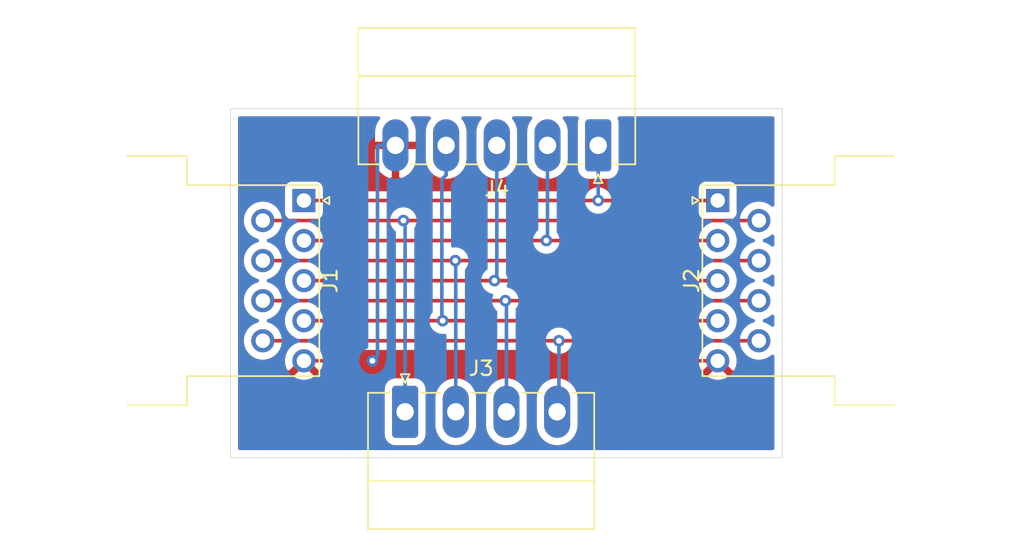
<source format=kicad_pcb>
(kicad_pcb (version 20171130) (host pcbnew "(5.1.4)-1")

  (general
    (thickness 1.6)
    (drawings 4)
    (tracks 49)
    (zones 0)
    (modules 4)
    (nets 10)
  )

  (page A4)
  (layers
    (0 F.Cu signal)
    (31 B.Cu signal)
    (32 B.Adhes user)
    (33 F.Adhes user)
    (34 B.Paste user)
    (35 F.Paste user)
    (36 B.SilkS user)
    (37 F.SilkS user)
    (38 B.Mask user)
    (39 F.Mask user)
    (40 Dwgs.User user)
    (41 Cmts.User user)
    (42 Eco1.User user)
    (43 Eco2.User user)
    (44 Edge.Cuts user)
    (45 Margin user)
    (46 B.CrtYd user)
    (47 F.CrtYd user)
    (48 B.Fab user)
    (49 F.Fab user)
  )

  (setup
    (last_trace_width 0.25)
    (trace_clearance 0.2)
    (zone_clearance 0.508)
    (zone_45_only no)
    (trace_min 0.2)
    (via_size 0.8)
    (via_drill 0.4)
    (via_min_size 0.4)
    (via_min_drill 0.3)
    (uvia_size 0.3)
    (uvia_drill 0.1)
    (uvias_allowed no)
    (uvia_min_size 0.2)
    (uvia_min_drill 0.1)
    (edge_width 0.05)
    (segment_width 0.2)
    (pcb_text_width 0.3)
    (pcb_text_size 1.5 1.5)
    (mod_edge_width 0.12)
    (mod_text_size 1 1)
    (mod_text_width 0.15)
    (pad_size 1.524 1.524)
    (pad_drill 0.762)
    (pad_to_mask_clearance 0.051)
    (solder_mask_min_width 0.25)
    (aux_axis_origin 0 0)
    (visible_elements 7FFFFFFF)
    (pcbplotparams
      (layerselection 0x010fc_ffffffff)
      (usegerberextensions false)
      (usegerberattributes false)
      (usegerberadvancedattributes false)
      (creategerberjobfile false)
      (excludeedgelayer true)
      (linewidth 0.100000)
      (plotframeref false)
      (viasonmask false)
      (mode 1)
      (useauxorigin false)
      (hpglpennumber 1)
      (hpglpenspeed 20)
      (hpglpendiameter 15.000000)
      (psnegative false)
      (psa4output false)
      (plotreference true)
      (plotvalue true)
      (plotinvisibletext false)
      (padsonsilk false)
      (subtractmaskfromsilk false)
      (outputformat 1)
      (mirror false)
      (drillshape 1)
      (scaleselection 1)
      (outputdirectory ""))
  )

  (net 0 "")
  (net 1 "Net-(J1-Pad9)")
  (net 2 "Net-(J1-Pad8)")
  (net 3 "Net-(J1-Pad7)")
  (net 4 "Net-(J1-Pad6)")
  (net 5 GND)
  (net 6 "Net-(J1-Pad4)")
  (net 7 "Net-(J1-Pad3)")
  (net 8 "Net-(J1-Pad2)")
  (net 9 "Net-(J1-Pad1)")

  (net_class Default "This is the default net class."
    (clearance 0.2)
    (trace_width 0.25)
    (via_dia 0.8)
    (via_drill 0.4)
    (uvia_dia 0.3)
    (uvia_drill 0.1)
    (add_net GND)
    (add_net "Net-(J1-Pad1)")
    (add_net "Net-(J1-Pad2)")
    (add_net "Net-(J1-Pad3)")
    (add_net "Net-(J1-Pad4)")
    (add_net "Net-(J1-Pad6)")
    (add_net "Net-(J1-Pad7)")
    (add_net "Net-(J1-Pad8)")
    (add_net "Net-(J1-Pad9)")
  )

  (module Connector_Phoenix_MC:PhoenixContact_MC_1,5_5-G-3.5_1x05_P3.50mm_Horizontal (layer F.Cu) (tedit 5B784ED0) (tstamp 5DAD13A8)
    (at 125.73 72.39 180)
    (descr "Generic Phoenix Contact connector footprint for: MC_1,5/5-G-3.5; number of pins: 05; pin pitch: 3.50mm; Angled || order number: 1844249 8A 160V")
    (tags "phoenix_contact connector MC_01x05_G_3.5mm")
    (path /5DAD6E9A)
    (fp_text reference J4 (at 7 -3) (layer F.SilkS)
      (effects (font (size 1 1) (thickness 0.15)))
    )
    (fp_text value Screw_Terminal_01x05 (at 7 9.2) (layer F.Fab)
      (effects (font (size 1 1) (thickness 0.15)))
    )
    (fp_text user %R (at 7 -0.5) (layer F.Fab)
      (effects (font (size 1 1) (thickness 0.15)))
    )
    (fp_line (start 0 0) (end -0.8 -1.2) (layer F.Fab) (width 0.1))
    (fp_line (start 0.8 -1.2) (end 0 0) (layer F.Fab) (width 0.1))
    (fp_line (start -0.3 -2.6) (end 0.3 -2.6) (layer F.SilkS) (width 0.12))
    (fp_line (start 0 -2) (end -0.3 -2.6) (layer F.SilkS) (width 0.12))
    (fp_line (start 0.3 -2.6) (end 0 -2) (layer F.SilkS) (width 0.12))
    (fp_line (start 16.95 -2.3) (end -3.06 -2.3) (layer F.CrtYd) (width 0.05))
    (fp_line (start 16.95 8.5) (end 16.95 -2.3) (layer F.CrtYd) (width 0.05))
    (fp_line (start -3.06 8.5) (end 16.95 8.5) (layer F.CrtYd) (width 0.05))
    (fp_line (start -3.06 -2.3) (end -3.06 8.5) (layer F.CrtYd) (width 0.05))
    (fp_line (start -2.56 4.8) (end 16.56 4.8) (layer F.SilkS) (width 0.12))
    (fp_line (start 16.45 -1.2) (end -2.45 -1.2) (layer F.Fab) (width 0.1))
    (fp_line (start 16.45 8) (end 16.45 -1.2) (layer F.Fab) (width 0.1))
    (fp_line (start -2.45 8) (end 16.45 8) (layer F.Fab) (width 0.1))
    (fp_line (start -2.45 -1.2) (end -2.45 8) (layer F.Fab) (width 0.1))
    (fp_line (start 11.55 -1.31) (end 12.95 -1.31) (layer F.SilkS) (width 0.12))
    (fp_line (start 8.05 -1.31) (end 9.45 -1.31) (layer F.SilkS) (width 0.12))
    (fp_line (start 4.55 -1.31) (end 5.95 -1.31) (layer F.SilkS) (width 0.12))
    (fp_line (start 1.05 -1.31) (end 2.45 -1.31) (layer F.SilkS) (width 0.12))
    (fp_line (start 16.56 -1.31) (end 15.05 -1.31) (layer F.SilkS) (width 0.12))
    (fp_line (start -2.56 -1.31) (end -1.05 -1.31) (layer F.SilkS) (width 0.12))
    (fp_line (start 16.56 8.11) (end 16.56 -1.31) (layer F.SilkS) (width 0.12))
    (fp_line (start -2.56 8.11) (end 16.56 8.11) (layer F.SilkS) (width 0.12))
    (fp_line (start -2.56 -1.31) (end -2.56 8.11) (layer F.SilkS) (width 0.12))
    (pad 5 thru_hole oval (at 14 0 180) (size 1.8 3.6) (drill 1.2) (layers *.Cu *.Mask)
      (net 5 GND))
    (pad 4 thru_hole oval (at 10.5 0 180) (size 1.8 3.6) (drill 1.2) (layers *.Cu *.Mask)
      (net 6 "Net-(J1-Pad4)"))
    (pad 3 thru_hole oval (at 7 0 180) (size 1.8 3.6) (drill 1.2) (layers *.Cu *.Mask)
      (net 7 "Net-(J1-Pad3)"))
    (pad 2 thru_hole oval (at 3.5 0 180) (size 1.8 3.6) (drill 1.2) (layers *.Cu *.Mask)
      (net 8 "Net-(J1-Pad2)"))
    (pad 1 thru_hole roundrect (at 0 0 180) (size 1.8 3.6) (drill 1.2) (layers *.Cu *.Mask) (roundrect_rratio 0.138889)
      (net 9 "Net-(J1-Pad1)"))
    (model ${KISYS3DMOD}/Connector_Phoenix_MC.3dshapes/PhoenixContact_MC_1,5_5-G-3.5_1x05_P3.50mm_Horizontal.wrl
      (at (xyz 0 0 0))
      (scale (xyz 1 1 1))
      (rotate (xyz 0 0 0))
    )
  )

  (module Connector_Phoenix_MC:PhoenixContact_MC_1,5_4-G-3.5_1x04_P3.50mm_Horizontal (layer F.Cu) (tedit 5B784ED0) (tstamp 5DAD1387)
    (at 112.395 90.805)
    (descr "Generic Phoenix Contact connector footprint for: MC_1,5/4-G-3.5; number of pins: 04; pin pitch: 3.50mm; Angled || order number: 1844236 8A 160V")
    (tags "phoenix_contact connector MC_01x04_G_3.5mm")
    (path /5DAD8899)
    (fp_text reference J3 (at 5.25 -3) (layer F.SilkS)
      (effects (font (size 1 1) (thickness 0.15)))
    )
    (fp_text value Screw_Terminal_01x04 (at 5.25 9.2) (layer F.Fab)
      (effects (font (size 1 1) (thickness 0.15)))
    )
    (fp_text user %R (at 5.25 -0.5) (layer F.Fab)
      (effects (font (size 1 1) (thickness 0.15)))
    )
    (fp_line (start 0 0) (end -0.8 -1.2) (layer F.Fab) (width 0.1))
    (fp_line (start 0.8 -1.2) (end 0 0) (layer F.Fab) (width 0.1))
    (fp_line (start -0.3 -2.6) (end 0.3 -2.6) (layer F.SilkS) (width 0.12))
    (fp_line (start 0 -2) (end -0.3 -2.6) (layer F.SilkS) (width 0.12))
    (fp_line (start 0.3 -2.6) (end 0 -2) (layer F.SilkS) (width 0.12))
    (fp_line (start 13.45 -2.3) (end -3.06 -2.3) (layer F.CrtYd) (width 0.05))
    (fp_line (start 13.45 8.5) (end 13.45 -2.3) (layer F.CrtYd) (width 0.05))
    (fp_line (start -3.06 8.5) (end 13.45 8.5) (layer F.CrtYd) (width 0.05))
    (fp_line (start -3.06 -2.3) (end -3.06 8.5) (layer F.CrtYd) (width 0.05))
    (fp_line (start -2.56 4.8) (end 13.06 4.8) (layer F.SilkS) (width 0.12))
    (fp_line (start 12.95 -1.2) (end -2.45 -1.2) (layer F.Fab) (width 0.1))
    (fp_line (start 12.95 8) (end 12.95 -1.2) (layer F.Fab) (width 0.1))
    (fp_line (start -2.45 8) (end 12.95 8) (layer F.Fab) (width 0.1))
    (fp_line (start -2.45 -1.2) (end -2.45 8) (layer F.Fab) (width 0.1))
    (fp_line (start 8.05 -1.31) (end 9.45 -1.31) (layer F.SilkS) (width 0.12))
    (fp_line (start 4.55 -1.31) (end 5.95 -1.31) (layer F.SilkS) (width 0.12))
    (fp_line (start 1.05 -1.31) (end 2.45 -1.31) (layer F.SilkS) (width 0.12))
    (fp_line (start 13.06 -1.31) (end 11.55 -1.31) (layer F.SilkS) (width 0.12))
    (fp_line (start -2.56 -1.31) (end -1.05 -1.31) (layer F.SilkS) (width 0.12))
    (fp_line (start 13.06 8.11) (end 13.06 -1.31) (layer F.SilkS) (width 0.12))
    (fp_line (start -2.56 8.11) (end 13.06 8.11) (layer F.SilkS) (width 0.12))
    (fp_line (start -2.56 -1.31) (end -2.56 8.11) (layer F.SilkS) (width 0.12))
    (pad 4 thru_hole oval (at 10.5 0) (size 1.8 3.6) (drill 1.2) (layers *.Cu *.Mask)
      (net 1 "Net-(J1-Pad9)"))
    (pad 3 thru_hole oval (at 7 0) (size 1.8 3.6) (drill 1.2) (layers *.Cu *.Mask)
      (net 2 "Net-(J1-Pad8)"))
    (pad 2 thru_hole oval (at 3.5 0) (size 1.8 3.6) (drill 1.2) (layers *.Cu *.Mask)
      (net 3 "Net-(J1-Pad7)"))
    (pad 1 thru_hole roundrect (at 0 0) (size 1.8 3.6) (drill 1.2) (layers *.Cu *.Mask) (roundrect_rratio 0.138889)
      (net 4 "Net-(J1-Pad6)"))
    (model ${KISYS3DMOD}/Connector_Phoenix_MC.3dshapes/PhoenixContact_MC_1,5_4-G-3.5_1x04_P3.50mm_Horizontal.wrl
      (at (xyz 0 0 0))
      (scale (xyz 1 1 1))
      (rotate (xyz 0 0 0))
    )
  )

  (module Connector_Dsub:DSUB-9_Female_Horizontal_P2.77x2.84mm_EdgePinOffset9.40mm (layer F.Cu) (tedit 59FEDEE2) (tstamp 5DAD1368)
    (at 133.985 76.2 90)
    (descr "9-pin D-Sub connector, horizontal/angled (90 deg), THT-mount, female, pitch 2.77x2.84mm, pin-PCB-offset 9.4mm, see http://docs-europe.electrocomponents.com/webdocs/1585/0900766b81585df2.pdf")
    (tags "9-pin D-Sub connector horizontal angled 90deg THT female pitch 2.77x2.84mm pin-PCB-offset 9.4mm")
    (path /5DAD12F4)
    (fp_text reference J2 (at -5.54 -1.8 90) (layer F.SilkS)
      (effects (font (size 1 1) (thickness 0.15)))
    )
    (fp_text value DB9_Female (at -5.54 20.31 90) (layer F.Fab)
      (effects (font (size 1 1) (thickness 0.15)))
    )
    (fp_text user %R (at -5.54 15.725 90) (layer F.Fab)
      (effects (font (size 1 1) (thickness 0.15)))
    )
    (fp_line (start 3.15 19.35) (end -14.2 19.35) (layer F.CrtYd) (width 0.05))
    (fp_line (start 3.15 13.15) (end 3.15 19.35) (layer F.CrtYd) (width 0.05))
    (fp_line (start 10.4 13.15) (end 3.15 13.15) (layer F.CrtYd) (width 0.05))
    (fp_line (start 10.4 11.75) (end 10.4 13.15) (layer F.CrtYd) (width 0.05))
    (fp_line (start 3.55 11.75) (end 10.4 11.75) (layer F.CrtYd) (width 0.05))
    (fp_line (start 3.55 7.65) (end 3.55 11.75) (layer F.CrtYd) (width 0.05))
    (fp_line (start 1.3 7.65) (end 3.55 7.65) (layer F.CrtYd) (width 0.05))
    (fp_line (start 1.3 -1.35) (end 1.3 7.65) (layer F.CrtYd) (width 0.05))
    (fp_line (start -12.4 -1.35) (end 1.3 -1.35) (layer F.CrtYd) (width 0.05))
    (fp_line (start -12.4 7.65) (end -12.4 -1.35) (layer F.CrtYd) (width 0.05))
    (fp_line (start -14.6 7.65) (end -12.4 7.65) (layer F.CrtYd) (width 0.05))
    (fp_line (start -14.6 11.75) (end -14.6 7.65) (layer F.CrtYd) (width 0.05))
    (fp_line (start -21.5 11.75) (end -14.6 11.75) (layer F.CrtYd) (width 0.05))
    (fp_line (start -21.5 13.15) (end -21.5 11.75) (layer F.CrtYd) (width 0.05))
    (fp_line (start -14.2 13.15) (end -21.5 13.15) (layer F.CrtYd) (width 0.05))
    (fp_line (start -14.2 19.35) (end -14.2 13.15) (layer F.CrtYd) (width 0.05))
    (fp_line (start 0 -1.321325) (end -0.25 -1.754338) (layer F.SilkS) (width 0.12))
    (fp_line (start 0.25 -1.754338) (end 0 -1.321325) (layer F.SilkS) (width 0.12))
    (fp_line (start -0.25 -1.754338) (end 0.25 -1.754338) (layer F.SilkS) (width 0.12))
    (fp_line (start 3.07 8.08) (end 3.07 12.18) (layer F.SilkS) (width 0.12))
    (fp_line (start 1.06 8.08) (end 3.07 8.08) (layer F.SilkS) (width 0.12))
    (fp_line (start 1.06 -1.06) (end 1.06 8.08) (layer F.SilkS) (width 0.12))
    (fp_line (start -12.14 -1.06) (end 1.06 -1.06) (layer F.SilkS) (width 0.12))
    (fp_line (start -12.14 8.08) (end -12.14 -1.06) (layer F.SilkS) (width 0.12))
    (fp_line (start -14.15 8.08) (end -12.14 8.08) (layer F.SilkS) (width 0.12))
    (fp_line (start -14.15 12.18) (end -14.15 8.08) (layer F.SilkS) (width 0.12))
    (fp_line (start 2.61 12.64) (end -13.69 12.64) (layer F.Fab) (width 0.1))
    (fp_line (start 2.61 18.81) (end 2.61 12.64) (layer F.Fab) (width 0.1))
    (fp_line (start -13.69 18.81) (end 2.61 18.81) (layer F.Fab) (width 0.1))
    (fp_line (start -13.69 12.64) (end -13.69 18.81) (layer F.Fab) (width 0.1))
    (fp_line (start 9.885 12.24) (end -20.965 12.24) (layer F.Fab) (width 0.1))
    (fp_line (start 9.885 12.64) (end 9.885 12.24) (layer F.Fab) (width 0.1))
    (fp_line (start -20.965 12.64) (end 9.885 12.64) (layer F.Fab) (width 0.1))
    (fp_line (start -20.965 12.24) (end -20.965 12.64) (layer F.Fab) (width 0.1))
    (fp_line (start 3.01 8.14) (end -14.09 8.14) (layer F.Fab) (width 0.1))
    (fp_line (start 3.01 12.24) (end 3.01 8.14) (layer F.Fab) (width 0.1))
    (fp_line (start -14.09 12.24) (end 3.01 12.24) (layer F.Fab) (width 0.1))
    (fp_line (start -14.09 8.14) (end -14.09 12.24) (layer F.Fab) (width 0.1))
    (fp_line (start -9.595 2.84) (end -9.595 8.14) (layer F.Fab) (width 0.1))
    (fp_line (start -9.695 2.84) (end -9.695 8.14) (layer F.Fab) (width 0.1))
    (fp_line (start -9.795 2.84) (end -9.795 8.14) (layer F.Fab) (width 0.1))
    (fp_line (start -6.825 2.84) (end -6.825 8.14) (layer F.Fab) (width 0.1))
    (fp_line (start -6.925 2.84) (end -6.925 8.14) (layer F.Fab) (width 0.1))
    (fp_line (start -7.025 2.84) (end -7.025 8.14) (layer F.Fab) (width 0.1))
    (fp_line (start -4.055 2.84) (end -4.055 8.14) (layer F.Fab) (width 0.1))
    (fp_line (start -4.155 2.84) (end -4.155 8.14) (layer F.Fab) (width 0.1))
    (fp_line (start -4.255 2.84) (end -4.255 8.14) (layer F.Fab) (width 0.1))
    (fp_line (start -1.285 2.84) (end -1.285 8.14) (layer F.Fab) (width 0.1))
    (fp_line (start -1.385 2.84) (end -1.385 8.14) (layer F.Fab) (width 0.1))
    (fp_line (start -1.485 2.84) (end -1.485 8.14) (layer F.Fab) (width 0.1))
    (fp_line (start -10.98 0) (end -10.98 8.14) (layer F.Fab) (width 0.1))
    (fp_line (start -11.08 0) (end -11.08 8.14) (layer F.Fab) (width 0.1))
    (fp_line (start -11.18 0) (end -11.18 8.14) (layer F.Fab) (width 0.1))
    (fp_line (start -8.21 0) (end -8.21 8.14) (layer F.Fab) (width 0.1))
    (fp_line (start -8.31 0) (end -8.31 8.14) (layer F.Fab) (width 0.1))
    (fp_line (start -8.41 0) (end -8.41 8.14) (layer F.Fab) (width 0.1))
    (fp_line (start -5.44 0) (end -5.44 8.14) (layer F.Fab) (width 0.1))
    (fp_line (start -5.54 0) (end -5.54 8.14) (layer F.Fab) (width 0.1))
    (fp_line (start -5.64 0) (end -5.64 8.14) (layer F.Fab) (width 0.1))
    (fp_line (start -2.67 0) (end -2.67 8.14) (layer F.Fab) (width 0.1))
    (fp_line (start -2.77 0) (end -2.77 8.14) (layer F.Fab) (width 0.1))
    (fp_line (start -2.87 0) (end -2.87 8.14) (layer F.Fab) (width 0.1))
    (fp_line (start 0.1 0) (end 0.1 8.14) (layer F.Fab) (width 0.1))
    (fp_line (start 0 0) (end 0 8.14) (layer F.Fab) (width 0.1))
    (fp_line (start -0.1 0) (end -0.1 8.14) (layer F.Fab) (width 0.1))
    (pad 9 thru_hole circle (at -9.695 2.84 90) (size 1.6 1.6) (drill 1) (layers *.Cu *.Mask)
      (net 1 "Net-(J1-Pad9)"))
    (pad 8 thru_hole circle (at -6.925 2.84 90) (size 1.6 1.6) (drill 1) (layers *.Cu *.Mask)
      (net 2 "Net-(J1-Pad8)"))
    (pad 7 thru_hole circle (at -4.155 2.84 90) (size 1.6 1.6) (drill 1) (layers *.Cu *.Mask)
      (net 3 "Net-(J1-Pad7)"))
    (pad 6 thru_hole circle (at -1.385 2.84 90) (size 1.6 1.6) (drill 1) (layers *.Cu *.Mask)
      (net 4 "Net-(J1-Pad6)"))
    (pad 5 thru_hole circle (at -11.08 0 90) (size 1.6 1.6) (drill 1) (layers *.Cu *.Mask)
      (net 5 GND))
    (pad 4 thru_hole circle (at -8.31 0 90) (size 1.6 1.6) (drill 1) (layers *.Cu *.Mask)
      (net 6 "Net-(J1-Pad4)"))
    (pad 3 thru_hole circle (at -5.54 0 90) (size 1.6 1.6) (drill 1) (layers *.Cu *.Mask)
      (net 7 "Net-(J1-Pad3)"))
    (pad 2 thru_hole circle (at -2.77 0 90) (size 1.6 1.6) (drill 1) (layers *.Cu *.Mask)
      (net 8 "Net-(J1-Pad2)"))
    (pad 1 thru_hole rect (at 0 0 90) (size 1.6 1.6) (drill 1) (layers *.Cu *.Mask)
      (net 9 "Net-(J1-Pad1)"))
    (model ${KISYS3DMOD}/Connector_Dsub.3dshapes/DSUB-9_Female_Horizontal_P2.77x2.84mm_EdgePinOffset9.40mm.wrl
      (at (xyz 0 0 0))
      (scale (xyz 1 1 1))
      (rotate (xyz 0 0 0))
    )
  )

  (module Connector_Dsub:DSUB-9_Male_Horizontal_P2.77x2.84mm_EdgePinOffset9.40mm (layer F.Cu) (tedit 59FEDEE2) (tstamp 5DAD1319)
    (at 105.41 76.2 270)
    (descr "9-pin D-Sub connector, horizontal/angled (90 deg), THT-mount, male, pitch 2.77x2.84mm, pin-PCB-offset 9.4mm, see http://docs-europe.electrocomponents.com/webdocs/1585/0900766b81585df2.pdf")
    (tags "9-pin D-Sub connector horizontal angled 90deg THT male pitch 2.77x2.84mm pin-PCB-offset 9.4mm")
    (path /5DAD350E)
    (fp_text reference J1 (at 5.54 -1.8 90) (layer F.SilkS)
      (effects (font (size 1 1) (thickness 0.15)))
    )
    (fp_text value DB9_Male (at 5.54 20.14 90) (layer F.Fab)
      (effects (font (size 1 1) (thickness 0.15)))
    )
    (fp_text user %R (at 5.54 15.64 90) (layer F.Fab)
      (effects (font (size 1 1) (thickness 0.15)))
    )
    (fp_line (start 14.2 19.15) (end -3.15 19.15) (layer F.CrtYd) (width 0.05))
    (fp_line (start 14.2 13.15) (end 14.2 19.15) (layer F.CrtYd) (width 0.05))
    (fp_line (start 21.5 13.15) (end 14.2 13.15) (layer F.CrtYd) (width 0.05))
    (fp_line (start 21.5 11.75) (end 21.5 13.15) (layer F.CrtYd) (width 0.05))
    (fp_line (start 14.6 11.75) (end 21.5 11.75) (layer F.CrtYd) (width 0.05))
    (fp_line (start 14.6 7.65) (end 14.6 11.75) (layer F.CrtYd) (width 0.05))
    (fp_line (start 12.4 7.65) (end 14.6 7.65) (layer F.CrtYd) (width 0.05))
    (fp_line (start 12.4 -1.35) (end 12.4 7.65) (layer F.CrtYd) (width 0.05))
    (fp_line (start -1.3 -1.35) (end 12.4 -1.35) (layer F.CrtYd) (width 0.05))
    (fp_line (start -1.3 7.65) (end -1.3 -1.35) (layer F.CrtYd) (width 0.05))
    (fp_line (start -3.55 7.65) (end -1.3 7.65) (layer F.CrtYd) (width 0.05))
    (fp_line (start -3.55 11.75) (end -3.55 7.65) (layer F.CrtYd) (width 0.05))
    (fp_line (start -10.4 11.75) (end -3.55 11.75) (layer F.CrtYd) (width 0.05))
    (fp_line (start -10.4 13.15) (end -10.4 11.75) (layer F.CrtYd) (width 0.05))
    (fp_line (start -3.15 13.15) (end -10.4 13.15) (layer F.CrtYd) (width 0.05))
    (fp_line (start -3.15 19.15) (end -3.15 13.15) (layer F.CrtYd) (width 0.05))
    (fp_line (start 0 -1.321325) (end -0.25 -1.754338) (layer F.SilkS) (width 0.12))
    (fp_line (start 0.25 -1.754338) (end 0 -1.321325) (layer F.SilkS) (width 0.12))
    (fp_line (start -0.25 -1.754338) (end 0.25 -1.754338) (layer F.SilkS) (width 0.12))
    (fp_line (start 14.15 8.08) (end 14.15 12.18) (layer F.SilkS) (width 0.12))
    (fp_line (start 12.14 8.08) (end 14.15 8.08) (layer F.SilkS) (width 0.12))
    (fp_line (start 12.14 -1.06) (end 12.14 8.08) (layer F.SilkS) (width 0.12))
    (fp_line (start -1.06 -1.06) (end 12.14 -1.06) (layer F.SilkS) (width 0.12))
    (fp_line (start -1.06 8.08) (end -1.06 -1.06) (layer F.SilkS) (width 0.12))
    (fp_line (start -3.07 8.08) (end -1.06 8.08) (layer F.SilkS) (width 0.12))
    (fp_line (start -3.07 12.18) (end -3.07 8.08) (layer F.SilkS) (width 0.12))
    (fp_line (start 13.69 12.64) (end -2.61 12.64) (layer F.Fab) (width 0.1))
    (fp_line (start 13.69 18.64) (end 13.69 12.64) (layer F.Fab) (width 0.1))
    (fp_line (start -2.61 18.64) (end 13.69 18.64) (layer F.Fab) (width 0.1))
    (fp_line (start -2.61 12.64) (end -2.61 18.64) (layer F.Fab) (width 0.1))
    (fp_line (start 20.965 12.24) (end -9.885 12.24) (layer F.Fab) (width 0.1))
    (fp_line (start 20.965 12.64) (end 20.965 12.24) (layer F.Fab) (width 0.1))
    (fp_line (start -9.885 12.64) (end 20.965 12.64) (layer F.Fab) (width 0.1))
    (fp_line (start -9.885 12.24) (end -9.885 12.64) (layer F.Fab) (width 0.1))
    (fp_line (start 14.09 8.14) (end -3.01 8.14) (layer F.Fab) (width 0.1))
    (fp_line (start 14.09 12.24) (end 14.09 8.14) (layer F.Fab) (width 0.1))
    (fp_line (start -3.01 12.24) (end 14.09 12.24) (layer F.Fab) (width 0.1))
    (fp_line (start -3.01 8.14) (end -3.01 12.24) (layer F.Fab) (width 0.1))
    (fp_line (start 9.795 2.84) (end 9.795 8.14) (layer F.Fab) (width 0.1))
    (fp_line (start 9.695 2.84) (end 9.695 8.14) (layer F.Fab) (width 0.1))
    (fp_line (start 9.595 2.84) (end 9.595 8.14) (layer F.Fab) (width 0.1))
    (fp_line (start 7.025 2.84) (end 7.025 8.14) (layer F.Fab) (width 0.1))
    (fp_line (start 6.925 2.84) (end 6.925 8.14) (layer F.Fab) (width 0.1))
    (fp_line (start 6.825 2.84) (end 6.825 8.14) (layer F.Fab) (width 0.1))
    (fp_line (start 4.255 2.84) (end 4.255 8.14) (layer F.Fab) (width 0.1))
    (fp_line (start 4.155 2.84) (end 4.155 8.14) (layer F.Fab) (width 0.1))
    (fp_line (start 4.055 2.84) (end 4.055 8.14) (layer F.Fab) (width 0.1))
    (fp_line (start 1.485 2.84) (end 1.485 8.14) (layer F.Fab) (width 0.1))
    (fp_line (start 1.385 2.84) (end 1.385 8.14) (layer F.Fab) (width 0.1))
    (fp_line (start 1.285 2.84) (end 1.285 8.14) (layer F.Fab) (width 0.1))
    (fp_line (start 11.18 0) (end 11.18 8.14) (layer F.Fab) (width 0.1))
    (fp_line (start 11.08 0) (end 11.08 8.14) (layer F.Fab) (width 0.1))
    (fp_line (start 10.98 0) (end 10.98 8.14) (layer F.Fab) (width 0.1))
    (fp_line (start 8.41 0) (end 8.41 8.14) (layer F.Fab) (width 0.1))
    (fp_line (start 8.31 0) (end 8.31 8.14) (layer F.Fab) (width 0.1))
    (fp_line (start 8.21 0) (end 8.21 8.14) (layer F.Fab) (width 0.1))
    (fp_line (start 5.64 0) (end 5.64 8.14) (layer F.Fab) (width 0.1))
    (fp_line (start 5.54 0) (end 5.54 8.14) (layer F.Fab) (width 0.1))
    (fp_line (start 5.44 0) (end 5.44 8.14) (layer F.Fab) (width 0.1))
    (fp_line (start 2.87 0) (end 2.87 8.14) (layer F.Fab) (width 0.1))
    (fp_line (start 2.77 0) (end 2.77 8.14) (layer F.Fab) (width 0.1))
    (fp_line (start 2.67 0) (end 2.67 8.14) (layer F.Fab) (width 0.1))
    (fp_line (start 0.1 0) (end 0.1 8.14) (layer F.Fab) (width 0.1))
    (fp_line (start 0 0) (end 0 8.14) (layer F.Fab) (width 0.1))
    (fp_line (start -0.1 0) (end -0.1 8.14) (layer F.Fab) (width 0.1))
    (pad 9 thru_hole circle (at 9.695 2.84 270) (size 1.6 1.6) (drill 1) (layers *.Cu *.Mask)
      (net 1 "Net-(J1-Pad9)"))
    (pad 8 thru_hole circle (at 6.925 2.84 270) (size 1.6 1.6) (drill 1) (layers *.Cu *.Mask)
      (net 2 "Net-(J1-Pad8)"))
    (pad 7 thru_hole circle (at 4.155 2.84 270) (size 1.6 1.6) (drill 1) (layers *.Cu *.Mask)
      (net 3 "Net-(J1-Pad7)"))
    (pad 6 thru_hole circle (at 1.385 2.84 270) (size 1.6 1.6) (drill 1) (layers *.Cu *.Mask)
      (net 4 "Net-(J1-Pad6)"))
    (pad 5 thru_hole circle (at 11.08 0 270) (size 1.6 1.6) (drill 1) (layers *.Cu *.Mask)
      (net 5 GND))
    (pad 4 thru_hole circle (at 8.31 0 270) (size 1.6 1.6) (drill 1) (layers *.Cu *.Mask)
      (net 6 "Net-(J1-Pad4)"))
    (pad 3 thru_hole circle (at 5.54 0 270) (size 1.6 1.6) (drill 1) (layers *.Cu *.Mask)
      (net 7 "Net-(J1-Pad3)"))
    (pad 2 thru_hole circle (at 2.77 0 270) (size 1.6 1.6) (drill 1) (layers *.Cu *.Mask)
      (net 8 "Net-(J1-Pad2)"))
    (pad 1 thru_hole rect (at 0 0 270) (size 1.6 1.6) (drill 1) (layers *.Cu *.Mask)
      (net 9 "Net-(J1-Pad1)"))
    (model ${KISYS3DMOD}/Connector_Dsub.3dshapes/DSUB-9_Male_Horizontal_P2.77x2.84mm_EdgePinOffset9.40mm.wrl
      (at (xyz 0 0 0))
      (scale (xyz 1 1 1))
      (rotate (xyz 0 0 0))
    )
  )

  (gr_line (start 100.33 93.98) (end 100.33 69.85) (layer Edge.Cuts) (width 0.05) (tstamp 5DB595A2))
  (gr_line (start 138.43 93.98) (end 100.33 93.98) (layer Edge.Cuts) (width 0.05))
  (gr_line (start 138.43 69.85) (end 138.43 93.98) (layer Edge.Cuts) (width 0.05))
  (gr_line (start 100.33 69.85) (end 138.43 69.85) (layer Edge.Cuts) (width 0.05))

  (via (at 123.02 85.895) (size 0.8) (drill 0.4) (layers F.Cu B.Cu) (net 1))
  (segment (start 123.02 89.78) (end 123.02 85.895) (width 0.25) (layer B.Cu) (net 1))
  (segment (start 122.895 89.905) (end 123.02 89.78) (width 0.25) (layer B.Cu) (net 1))
  (segment (start 122.895 90.805) (end 122.895 89.905) (width 0.25) (layer B.Cu) (net 1))
  (segment (start 136.825 85.895) (end 123.02 85.895) (width 0.25) (layer F.Cu) (net 1))
  (segment (start 123.02 85.895) (end 102.57 85.895) (width 0.25) (layer F.Cu) (net 1))
  (via (at 119.32 83.125) (size 0.8) (drill 0.4) (layers F.Cu B.Cu) (net 2))
  (segment (start 119.395 83.2) (end 119.32 83.125) (width 0.25) (layer B.Cu) (net 2))
  (segment (start 119.395 90.805) (end 119.395 83.2) (width 0.25) (layer B.Cu) (net 2))
  (segment (start 102.57 83.125) (end 119.32 83.125) (width 0.25) (layer F.Cu) (net 2))
  (segment (start 119.32 83.125) (end 136.825 83.125) (width 0.25) (layer F.Cu) (net 2))
  (via (at 115.86 80.355) (size 0.8) (drill 0.4) (layers F.Cu B.Cu) (net 3))
  (segment (start 115.895 80.39) (end 115.86 80.355) (width 0.25) (layer B.Cu) (net 3))
  (segment (start 115.895 90.805) (end 115.895 80.39) (width 0.25) (layer B.Cu) (net 3))
  (segment (start 136.825 80.355) (end 115.86 80.355) (width 0.25) (layer F.Cu) (net 3))
  (segment (start 115.86 80.355) (end 102.57 80.355) (width 0.25) (layer F.Cu) (net 3))
  (via (at 112.28 77.585) (size 0.8) (drill 0.4) (layers F.Cu B.Cu) (net 4))
  (segment (start 112.395 77.7) (end 112.28 77.585) (width 0.25) (layer B.Cu) (net 4))
  (segment (start 112.395 90.805) (end 112.395 77.7) (width 0.25) (layer B.Cu) (net 4))
  (segment (start 102.57 77.585) (end 112.28 77.585) (width 0.25) (layer F.Cu) (net 4))
  (segment (start 112.28 77.585) (end 136.825 77.585) (width 0.25) (layer F.Cu) (net 4))
  (segment (start 110.58 72.39) (end 110.49 72.48) (width 0.25) (layer B.Cu) (net 5))
  (segment (start 111.73 72.39) (end 110.58 72.39) (width 0.25) (layer B.Cu) (net 5))
  (via (at 110.14 87.28) (size 0.8) (drill 0.4) (layers F.Cu B.Cu) (net 5))
  (segment (start 110.49 86.93) (end 110.14 87.28) (width 0.25) (layer B.Cu) (net 5))
  (segment (start 110.49 72.48) (end 110.49 86.93) (width 0.25) (layer B.Cu) (net 5))
  (segment (start 105.41 87.28) (end 110.14 87.28) (width 0.25) (layer F.Cu) (net 5))
  (segment (start 110.14 87.28) (end 133.985 87.28) (width 0.25) (layer F.Cu) (net 5))
  (segment (start 115.23 74.44) (end 114.935 74.735) (width 0.25) (layer B.Cu) (net 6))
  (segment (start 115.23 72.39) (end 115.23 74.44) (width 0.25) (layer B.Cu) (net 6))
  (via (at 114.99 84.51) (size 0.8) (drill 0.4) (layers F.Cu B.Cu) (net 6))
  (segment (start 114.935 84.455) (end 114.99 84.51) (width 0.25) (layer B.Cu) (net 6))
  (segment (start 114.935 74.735) (end 114.935 84.455) (width 0.25) (layer B.Cu) (net 6))
  (segment (start 105.41 84.51) (end 114.99 84.51) (width 0.25) (layer F.Cu) (net 6))
  (segment (start 114.99 84.51) (end 133.985 84.51) (width 0.25) (layer F.Cu) (net 6))
  (via (at 118.57 81.74) (size 0.8) (drill 0.4) (layers F.Cu B.Cu) (net 7))
  (segment (start 118.73 81.58) (end 118.57 81.74) (width 0.25) (layer B.Cu) (net 7))
  (segment (start 118.73 72.39) (end 118.73 81.58) (width 0.25) (layer B.Cu) (net 7))
  (segment (start 105.41 81.74) (end 118.57 81.74) (width 0.25) (layer F.Cu) (net 7))
  (segment (start 118.57 81.74) (end 133.985 81.74) (width 0.25) (layer F.Cu) (net 7))
  (segment (start 105.41 78.97) (end 106.54137 78.97) (width 0.25) (layer F.Cu) (net 8))
  (via (at 122.15 78.97) (size 0.8) (drill 0.4) (layers F.Cu B.Cu) (net 8))
  (segment (start 122.23 78.89) (end 122.15 78.97) (width 0.25) (layer B.Cu) (net 8))
  (segment (start 122.23 72.39) (end 122.23 78.89) (width 0.25) (layer B.Cu) (net 8))
  (segment (start 106.54137 78.97) (end 122.15 78.97) (width 0.25) (layer F.Cu) (net 8))
  (segment (start 122.15 78.97) (end 133.985 78.97) (width 0.25) (layer F.Cu) (net 8))
  (segment (start 105.41 76.2) (end 133.985 76.2) (width 0.25) (layer F.Cu) (net 9))
  (via (at 125.73 76.2) (size 0.8) (drill 0.4) (layers F.Cu B.Cu) (net 9))
  (segment (start 125.73 72.39) (end 125.73 76.2) (width 0.25) (layer B.Cu) (net 9))

  (zone (net 5) (net_name GND) (layer F.Cu) (tstamp 0) (hatch edge 0.508)
    (connect_pads (clearance 0.508))
    (min_thickness 0.254)
    (fill yes (arc_segments 32) (thermal_gap 0.508) (thermal_bridge_width 0.508))
    (polygon
      (pts
        (xy 100.33 69.85) (xy 100.33 93.98) (xy 138.43 93.98) (xy 138.43 69.85)
      )
    )
    (filled_polygon
      (pts
        (xy 110.524252 70.531604) (xy 110.360446 70.785249) (xy 110.249271 71.065977) (xy 110.195 71.363) (xy 110.195 72.263)
        (xy 111.603 72.263) (xy 111.603 72.243) (xy 111.857 72.243) (xy 111.857 72.263) (xy 113.265 72.263)
        (xy 113.265 71.363) (xy 113.210729 71.065977) (xy 113.099554 70.785249) (xy 112.935748 70.531604) (xy 112.914809 70.51)
        (xy 114.048523 70.51) (xy 113.94752 70.633073) (xy 113.804984 70.899739) (xy 113.717211 71.189087) (xy 113.695 71.414592)
        (xy 113.695 73.365407) (xy 113.71721 73.590912) (xy 113.804983 73.88026) (xy 113.947519 74.146926) (xy 114.139339 74.380661)
        (xy 114.373073 74.572481) (xy 114.639739 74.715017) (xy 114.929087 74.80279) (xy 115.23 74.832427) (xy 115.530912 74.80279)
        (xy 115.82026 74.715017) (xy 116.086926 74.572481) (xy 116.320661 74.380661) (xy 116.512481 74.146927) (xy 116.655017 73.880261)
        (xy 116.74279 73.590913) (xy 116.765 73.365408) (xy 116.765 71.414592) (xy 116.74279 71.189087) (xy 116.655017 70.899739)
        (xy 116.512481 70.633073) (xy 116.411478 70.51) (xy 117.548523 70.51) (xy 117.44752 70.633073) (xy 117.304984 70.899739)
        (xy 117.217211 71.189087) (xy 117.195 71.414592) (xy 117.195 73.365407) (xy 117.21721 73.590912) (xy 117.304983 73.88026)
        (xy 117.447519 74.146926) (xy 117.639339 74.380661) (xy 117.873073 74.572481) (xy 118.139739 74.715017) (xy 118.429087 74.80279)
        (xy 118.73 74.832427) (xy 119.030912 74.80279) (xy 119.32026 74.715017) (xy 119.586926 74.572481) (xy 119.820661 74.380661)
        (xy 120.012481 74.146927) (xy 120.155017 73.880261) (xy 120.24279 73.590913) (xy 120.265 73.365408) (xy 120.265 71.414592)
        (xy 120.24279 71.189087) (xy 120.155017 70.899739) (xy 120.012481 70.633073) (xy 119.911478 70.51) (xy 121.048523 70.51)
        (xy 120.94752 70.633073) (xy 120.804984 70.899739) (xy 120.717211 71.189087) (xy 120.695 71.414592) (xy 120.695 73.365407)
        (xy 120.71721 73.590912) (xy 120.804983 73.88026) (xy 120.947519 74.146926) (xy 121.139339 74.380661) (xy 121.373073 74.572481)
        (xy 121.639739 74.715017) (xy 121.929087 74.80279) (xy 122.23 74.832427) (xy 122.530912 74.80279) (xy 122.82026 74.715017)
        (xy 123.086926 74.572481) (xy 123.320661 74.380661) (xy 123.512481 74.146927) (xy 123.655017 73.880261) (xy 123.74279 73.590913)
        (xy 123.765 73.365408) (xy 123.765 71.414592) (xy 123.74279 71.189087) (xy 123.655017 70.899739) (xy 123.512481 70.633073)
        (xy 123.411478 70.51) (xy 124.25654 70.51) (xy 124.208992 70.666746) (xy 124.191928 70.84) (xy 124.191928 73.94)
        (xy 124.208992 74.113254) (xy 124.259528 74.27985) (xy 124.341595 74.433386) (xy 124.452038 74.567962) (xy 124.586614 74.678405)
        (xy 124.74015 74.760472) (xy 124.906746 74.811008) (xy 125.08 74.828072) (xy 126.38 74.828072) (xy 126.553254 74.811008)
        (xy 126.71985 74.760472) (xy 126.873386 74.678405) (xy 127.007962 74.567962) (xy 127.118405 74.433386) (xy 127.200472 74.27985)
        (xy 127.251008 74.113254) (xy 127.268072 73.94) (xy 127.268072 70.84) (xy 127.251008 70.666746) (xy 127.20346 70.51)
        (xy 137.77 70.51) (xy 137.77 76.500604) (xy 137.739759 76.470363) (xy 137.504727 76.31332) (xy 137.243574 76.205147)
        (xy 136.966335 76.15) (xy 136.683665 76.15) (xy 136.406426 76.205147) (xy 136.145273 76.31332) (xy 135.910241 76.470363)
        (xy 135.710363 76.670241) (xy 135.606957 76.825) (xy 135.423072 76.825) (xy 135.423072 75.4) (xy 135.410812 75.275518)
        (xy 135.374502 75.15582) (xy 135.315537 75.045506) (xy 135.236185 74.948815) (xy 135.139494 74.869463) (xy 135.02918 74.810498)
        (xy 134.909482 74.774188) (xy 134.785 74.761928) (xy 133.185 74.761928) (xy 133.060518 74.774188) (xy 132.94082 74.810498)
        (xy 132.830506 74.869463) (xy 132.733815 74.948815) (xy 132.654463 75.045506) (xy 132.595498 75.15582) (xy 132.559188 75.275518)
        (xy 132.546928 75.4) (xy 132.546928 75.44) (xy 126.433711 75.44) (xy 126.389774 75.396063) (xy 126.220256 75.282795)
        (xy 126.031898 75.204774) (xy 125.831939 75.165) (xy 125.628061 75.165) (xy 125.428102 75.204774) (xy 125.239744 75.282795)
        (xy 125.070226 75.396063) (xy 125.026289 75.44) (xy 106.848072 75.44) (xy 106.848072 75.4) (xy 106.835812 75.275518)
        (xy 106.799502 75.15582) (xy 106.740537 75.045506) (xy 106.661185 74.948815) (xy 106.564494 74.869463) (xy 106.45418 74.810498)
        (xy 106.334482 74.774188) (xy 106.21 74.761928) (xy 104.61 74.761928) (xy 104.485518 74.774188) (xy 104.36582 74.810498)
        (xy 104.255506 74.869463) (xy 104.158815 74.948815) (xy 104.079463 75.045506) (xy 104.020498 75.15582) (xy 103.984188 75.275518)
        (xy 103.971928 75.4) (xy 103.971928 76.825) (xy 103.788043 76.825) (xy 103.684637 76.670241) (xy 103.484759 76.470363)
        (xy 103.249727 76.31332) (xy 102.988574 76.205147) (xy 102.711335 76.15) (xy 102.428665 76.15) (xy 102.151426 76.205147)
        (xy 101.890273 76.31332) (xy 101.655241 76.470363) (xy 101.455363 76.670241) (xy 101.29832 76.905273) (xy 101.190147 77.166426)
        (xy 101.135 77.443665) (xy 101.135 77.726335) (xy 101.190147 78.003574) (xy 101.29832 78.264727) (xy 101.455363 78.499759)
        (xy 101.655241 78.699637) (xy 101.890273 78.85668) (xy 102.151426 78.964853) (xy 102.177301 78.97) (xy 102.151426 78.975147)
        (xy 101.890273 79.08332) (xy 101.655241 79.240363) (xy 101.455363 79.440241) (xy 101.29832 79.675273) (xy 101.190147 79.936426)
        (xy 101.135 80.213665) (xy 101.135 80.496335) (xy 101.190147 80.773574) (xy 101.29832 81.034727) (xy 101.455363 81.269759)
        (xy 101.655241 81.469637) (xy 101.890273 81.62668) (xy 102.151426 81.734853) (xy 102.177301 81.74) (xy 102.151426 81.745147)
        (xy 101.890273 81.85332) (xy 101.655241 82.010363) (xy 101.455363 82.210241) (xy 101.29832 82.445273) (xy 101.190147 82.706426)
        (xy 101.135 82.983665) (xy 101.135 83.266335) (xy 101.190147 83.543574) (xy 101.29832 83.804727) (xy 101.455363 84.039759)
        (xy 101.655241 84.239637) (xy 101.890273 84.39668) (xy 102.151426 84.504853) (xy 102.177301 84.51) (xy 102.151426 84.515147)
        (xy 101.890273 84.62332) (xy 101.655241 84.780363) (xy 101.455363 84.980241) (xy 101.29832 85.215273) (xy 101.190147 85.476426)
        (xy 101.135 85.753665) (xy 101.135 86.036335) (xy 101.190147 86.313574) (xy 101.29832 86.574727) (xy 101.455363 86.809759)
        (xy 101.655241 87.009637) (xy 101.890273 87.16668) (xy 102.151426 87.274853) (xy 102.428665 87.33) (xy 102.711335 87.33)
        (xy 102.988574 87.274853) (xy 103.249727 87.16668) (xy 103.484759 87.009637) (xy 103.684637 86.809759) (xy 103.788043 86.655)
        (xy 104.118198 86.655) (xy 104.052429 86.793996) (xy 103.9837 87.068184) (xy 103.969783 87.350512) (xy 104.011213 87.63013)
        (xy 104.106397 87.896292) (xy 104.173329 88.021514) (xy 104.417298 88.093097) (xy 105.230395 87.28) (xy 105.216253 87.265858)
        (xy 105.395858 87.086253) (xy 105.41 87.100395) (xy 105.424143 87.086253) (xy 105.603748 87.265858) (xy 105.589605 87.28)
        (xy 106.402702 88.093097) (xy 106.646671 88.021514) (xy 106.767571 87.766004) (xy 106.8363 87.491816) (xy 106.850217 87.209488)
        (xy 106.808787 86.92987) (xy 106.713603 86.663708) (xy 106.708949 86.655) (xy 122.316289 86.655) (xy 122.360226 86.698937)
        (xy 122.529744 86.812205) (xy 122.718102 86.890226) (xy 122.918061 86.93) (xy 123.121939 86.93) (xy 123.321898 86.890226)
        (xy 123.510256 86.812205) (xy 123.679774 86.698937) (xy 123.723711 86.655) (xy 132.693198 86.655) (xy 132.627429 86.793996)
        (xy 132.5587 87.068184) (xy 132.544783 87.350512) (xy 132.586213 87.63013) (xy 132.681397 87.896292) (xy 132.748329 88.021514)
        (xy 132.992298 88.093097) (xy 133.805395 87.28) (xy 133.791253 87.265858) (xy 133.970858 87.086253) (xy 133.985 87.100395)
        (xy 133.999143 87.086253) (xy 134.178748 87.265858) (xy 134.164605 87.28) (xy 134.977702 88.093097) (xy 135.221671 88.021514)
        (xy 135.342571 87.766004) (xy 135.4113 87.491816) (xy 135.425217 87.209488) (xy 135.383787 86.92987) (xy 135.288603 86.663708)
        (xy 135.283949 86.655) (xy 135.606957 86.655) (xy 135.710363 86.809759) (xy 135.910241 87.009637) (xy 136.145273 87.16668)
        (xy 136.406426 87.274853) (xy 136.683665 87.33) (xy 136.966335 87.33) (xy 137.243574 87.274853) (xy 137.504727 87.16668)
        (xy 137.739759 87.009637) (xy 137.770001 86.979395) (xy 137.770001 93.32) (xy 100.99 93.32) (xy 100.99 89.255)
        (xy 110.856928 89.255) (xy 110.856928 92.355) (xy 110.873992 92.528254) (xy 110.924528 92.69485) (xy 111.006595 92.848386)
        (xy 111.117038 92.982962) (xy 111.251614 93.093405) (xy 111.40515 93.175472) (xy 111.571746 93.226008) (xy 111.745 93.243072)
        (xy 113.045 93.243072) (xy 113.218254 93.226008) (xy 113.38485 93.175472) (xy 113.538386 93.093405) (xy 113.672962 92.982962)
        (xy 113.783405 92.848386) (xy 113.865472 92.69485) (xy 113.916008 92.528254) (xy 113.933072 92.355) (xy 113.933072 89.829593)
        (xy 114.36 89.829593) (xy 114.36 91.780408) (xy 114.382211 92.005913) (xy 114.469984 92.295261) (xy 114.61252 92.561927)
        (xy 114.80434 92.795661) (xy 115.038074 92.987481) (xy 115.30474 93.130017) (xy 115.594088 93.21779) (xy 115.895 93.247427)
        (xy 116.195913 93.21779) (xy 116.485261 93.130017) (xy 116.751927 92.987481) (xy 116.985661 92.795661) (xy 117.177481 92.561927)
        (xy 117.320017 92.295261) (xy 117.40779 92.005913) (xy 117.43 91.780408) (xy 117.43 89.829593) (xy 117.86 89.829593)
        (xy 117.86 91.780408) (xy 117.882211 92.005913) (xy 117.969984 92.295261) (xy 118.11252 92.561927) (xy 118.30434 92.795661)
        (xy 118.538074 92.987481) (xy 118.80474 93.130017) (xy 119.094088 93.21779) (xy 119.395 93.247427) (xy 119.695913 93.21779)
        (xy 119.985261 93.130017) (xy 120.251927 92.987481) (xy 120.485661 92.795661) (xy 120.677481 92.561927) (xy 120.820017 92.295261)
        (xy 120.90779 92.005913) (xy 120.93 91.780408) (xy 120.93 89.829593) (xy 121.36 89.829593) (xy 121.36 91.780408)
        (xy 121.382211 92.005913) (xy 121.469984 92.295261) (xy 121.61252 92.561927) (xy 121.80434 92.795661) (xy 122.038074 92.987481)
        (xy 122.30474 93.130017) (xy 122.594088 93.21779) (xy 122.895 93.247427) (xy 123.195913 93.21779) (xy 123.485261 93.130017)
        (xy 123.751927 92.987481) (xy 123.985661 92.795661) (xy 124.177481 92.561927) (xy 124.320017 92.295261) (xy 124.40779 92.005913)
        (xy 124.43 91.780408) (xy 124.43 89.829592) (xy 124.40779 89.604087) (xy 124.320017 89.314739) (xy 124.177481 89.048073)
        (xy 123.985661 88.814339) (xy 123.751926 88.622519) (xy 123.48526 88.479983) (xy 123.195912 88.39221) (xy 122.895 88.362573)
        (xy 122.594087 88.39221) (xy 122.304739 88.479983) (xy 122.038073 88.622519) (xy 121.804339 88.814339) (xy 121.612519 89.048074)
        (xy 121.469983 89.31474) (xy 121.38221 89.604088) (xy 121.36 89.829593) (xy 120.93 89.829593) (xy 120.93 89.829592)
        (xy 120.90779 89.604087) (xy 120.820017 89.314739) (xy 120.677481 89.048073) (xy 120.485661 88.814339) (xy 120.251926 88.622519)
        (xy 119.98526 88.479983) (xy 119.695912 88.39221) (xy 119.395 88.362573) (xy 119.094087 88.39221) (xy 118.804739 88.479983)
        (xy 118.538073 88.622519) (xy 118.304339 88.814339) (xy 118.112519 89.048074) (xy 117.969983 89.31474) (xy 117.88221 89.604088)
        (xy 117.86 89.829593) (xy 117.43 89.829593) (xy 117.43 89.829592) (xy 117.40779 89.604087) (xy 117.320017 89.314739)
        (xy 117.177481 89.048073) (xy 116.985661 88.814339) (xy 116.751926 88.622519) (xy 116.48526 88.479983) (xy 116.195912 88.39221)
        (xy 115.895 88.362573) (xy 115.594087 88.39221) (xy 115.304739 88.479983) (xy 115.038073 88.622519) (xy 114.804339 88.814339)
        (xy 114.612519 89.048074) (xy 114.469983 89.31474) (xy 114.38221 89.604088) (xy 114.36 89.829593) (xy 113.933072 89.829593)
        (xy 113.933072 89.255) (xy 113.916008 89.081746) (xy 113.865472 88.91515) (xy 113.783405 88.761614) (xy 113.672962 88.627038)
        (xy 113.538386 88.516595) (xy 113.38485 88.434528) (xy 113.218254 88.383992) (xy 113.045 88.366928) (xy 111.745 88.366928)
        (xy 111.571746 88.383992) (xy 111.40515 88.434528) (xy 111.251614 88.516595) (xy 111.117038 88.627038) (xy 111.006595 88.761614)
        (xy 110.924528 88.91515) (xy 110.873992 89.081746) (xy 110.856928 89.255) (xy 100.99 89.255) (xy 100.99 88.272702)
        (xy 104.596903 88.272702) (xy 104.668486 88.516671) (xy 104.923996 88.637571) (xy 105.198184 88.7063) (xy 105.480512 88.720217)
        (xy 105.76013 88.678787) (xy 106.026292 88.583603) (xy 106.151514 88.516671) (xy 106.223097 88.272702) (xy 133.171903 88.272702)
        (xy 133.243486 88.516671) (xy 133.498996 88.637571) (xy 133.773184 88.7063) (xy 134.055512 88.720217) (xy 134.33513 88.678787)
        (xy 134.601292 88.583603) (xy 134.726514 88.516671) (xy 134.798097 88.272702) (xy 133.985 87.459605) (xy 133.171903 88.272702)
        (xy 106.223097 88.272702) (xy 105.41 87.459605) (xy 104.596903 88.272702) (xy 100.99 88.272702) (xy 100.99 72.517)
        (xy 110.195 72.517) (xy 110.195 73.417) (xy 110.249271 73.714023) (xy 110.360446 73.994751) (xy 110.524252 74.248396)
        (xy 110.734394 74.46521) (xy 110.982796 74.636862) (xy 111.259913 74.756755) (xy 111.36526 74.781036) (xy 111.603 74.660378)
        (xy 111.603 72.517) (xy 111.857 72.517) (xy 111.857 74.660378) (xy 112.09474 74.781036) (xy 112.200087 74.756755)
        (xy 112.477204 74.636862) (xy 112.725606 74.46521) (xy 112.935748 74.248396) (xy 113.099554 73.994751) (xy 113.210729 73.714023)
        (xy 113.265 73.417) (xy 113.265 72.517) (xy 111.857 72.517) (xy 111.603 72.517) (xy 110.195 72.517)
        (xy 100.99 72.517) (xy 100.99 70.51) (xy 110.545191 70.51)
      )
    )
  )
  (zone (net 0) (net_name "") (layer B.Cu) (tstamp 0) (hatch edge 0.508)
    (connect_pads (clearance 0.508))
    (min_thickness 0.254)
    (fill yes (arc_segments 32) (thermal_gap 0.508) (thermal_bridge_width 0.508))
    (polygon
      (pts
        (xy 100.33 69.85) (xy 100.33 93.98) (xy 138.43 93.98) (xy 138.43 69.85)
      )
    )
    (filled_polygon
      (pts
        (xy 110.44752 70.633073) (xy 110.304984 70.899739) (xy 110.217211 71.189087) (xy 110.195 71.414592) (xy 110.195 71.734032)
        (xy 110.155724 71.755026) (xy 110.039999 71.849999) (xy 110.016196 71.879003) (xy 109.979003 71.916196) (xy 109.949999 71.939999)
        (xy 109.894871 72.007174) (xy 109.855026 72.055724) (xy 109.784455 72.187753) (xy 109.784454 72.187754) (xy 109.740997 72.331015)
        (xy 109.73 72.442668) (xy 109.73 72.442678) (xy 109.726324 72.48) (xy 109.73 72.517322) (xy 109.730001 86.329551)
        (xy 109.649744 86.362795) (xy 109.480226 86.476063) (xy 109.336063 86.620226) (xy 109.222795 86.789744) (xy 109.144774 86.978102)
        (xy 109.105 87.178061) (xy 109.105 87.381939) (xy 109.144774 87.581898) (xy 109.222795 87.770256) (xy 109.336063 87.939774)
        (xy 109.480226 88.083937) (xy 109.649744 88.197205) (xy 109.838102 88.275226) (xy 110.038061 88.315) (xy 110.241939 88.315)
        (xy 110.441898 88.275226) (xy 110.630256 88.197205) (xy 110.799774 88.083937) (xy 110.943937 87.939774) (xy 111.057205 87.770256)
        (xy 111.135226 87.581898) (xy 111.175 87.381939) (xy 111.175 87.260685) (xy 111.195546 87.222247) (xy 111.239003 87.078986)
        (xy 111.25 86.967333) (xy 111.25 86.967325) (xy 111.253676 86.93) (xy 111.25 86.892675) (xy 111.25 77.712076)
        (xy 111.284774 77.886898) (xy 111.362795 78.075256) (xy 111.476063 78.244774) (xy 111.620226 78.388937) (xy 111.635001 78.398809)
        (xy 111.635 88.377762) (xy 111.571746 88.383992) (xy 111.40515 88.434528) (xy 111.251614 88.516595) (xy 111.117038 88.627038)
        (xy 111.006595 88.761614) (xy 110.924528 88.91515) (xy 110.873992 89.081746) (xy 110.856928 89.255) (xy 110.856928 92.355)
        (xy 110.873992 92.528254) (xy 110.924528 92.69485) (xy 111.006595 92.848386) (xy 111.117038 92.982962) (xy 111.251614 93.093405)
        (xy 111.40515 93.175472) (xy 111.571746 93.226008) (xy 111.745 93.243072) (xy 113.045 93.243072) (xy 113.218254 93.226008)
        (xy 113.38485 93.175472) (xy 113.538386 93.093405) (xy 113.672962 92.982962) (xy 113.783405 92.848386) (xy 113.865472 92.69485)
        (xy 113.916008 92.528254) (xy 113.933072 92.355) (xy 113.933072 89.255) (xy 113.916008 89.081746) (xy 113.865472 88.91515)
        (xy 113.783405 88.761614) (xy 113.672962 88.627038) (xy 113.538386 88.516595) (xy 113.38485 88.434528) (xy 113.218254 88.383992)
        (xy 113.155 88.377762) (xy 113.155 78.13842) (xy 113.197205 78.075256) (xy 113.275226 77.886898) (xy 113.315 77.686939)
        (xy 113.315 77.483061) (xy 113.275226 77.283102) (xy 113.197205 77.094744) (xy 113.083937 76.925226) (xy 112.939774 76.781063)
        (xy 112.770256 76.667795) (xy 112.581898 76.589774) (xy 112.381939 76.55) (xy 112.178061 76.55) (xy 111.978102 76.589774)
        (xy 111.789744 76.667795) (xy 111.620226 76.781063) (xy 111.476063 76.925226) (xy 111.362795 77.094744) (xy 111.284774 77.283102)
        (xy 111.25 77.457924) (xy 111.25 74.748464) (xy 111.429087 74.80279) (xy 111.73 74.832427) (xy 112.030912 74.80279)
        (xy 112.32026 74.715017) (xy 112.586926 74.572481) (xy 112.820661 74.380661) (xy 113.012481 74.146927) (xy 113.155017 73.880261)
        (xy 113.24279 73.590913) (xy 113.265 73.365408) (xy 113.265 71.414592) (xy 113.24279 71.189087) (xy 113.155017 70.899739)
        (xy 113.012481 70.633073) (xy 112.911478 70.51) (xy 114.048523 70.51) (xy 113.94752 70.633073) (xy 113.804984 70.899739)
        (xy 113.717211 71.189087) (xy 113.695 71.414592) (xy 113.695 73.365407) (xy 113.71721 73.590912) (xy 113.804983 73.88026)
        (xy 113.947519 74.146926) (xy 114.139339 74.380661) (xy 114.226573 74.452252) (xy 114.185997 74.586015) (xy 114.175 74.697668)
        (xy 114.175 74.697678) (xy 114.171324 74.735) (xy 114.175 74.772322) (xy 114.175001 83.866782) (xy 114.072795 84.019744)
        (xy 113.994774 84.208102) (xy 113.955 84.408061) (xy 113.955 84.611939) (xy 113.994774 84.811898) (xy 114.072795 85.000256)
        (xy 114.186063 85.169774) (xy 114.330226 85.313937) (xy 114.499744 85.427205) (xy 114.688102 85.505226) (xy 114.888061 85.545)
        (xy 115.091939 85.545) (xy 115.135001 85.536435) (xy 115.135 88.57071) (xy 115.038073 88.622519) (xy 114.804339 88.814339)
        (xy 114.612519 89.048074) (xy 114.469983 89.31474) (xy 114.38221 89.604088) (xy 114.36 89.829593) (xy 114.36 91.780408)
        (xy 114.382211 92.005913) (xy 114.469984 92.295261) (xy 114.61252 92.561927) (xy 114.80434 92.795661) (xy 115.038074 92.987481)
        (xy 115.30474 93.130017) (xy 115.594088 93.21779) (xy 115.895 93.247427) (xy 116.195913 93.21779) (xy 116.485261 93.130017)
        (xy 116.751927 92.987481) (xy 116.985661 92.795661) (xy 117.177481 92.561927) (xy 117.320017 92.295261) (xy 117.40779 92.005913)
        (xy 117.43 91.780408) (xy 117.43 89.829592) (xy 117.40779 89.604087) (xy 117.320017 89.314739) (xy 117.177481 89.048073)
        (xy 116.985661 88.814339) (xy 116.751926 88.622519) (xy 116.655 88.570711) (xy 116.655 81.023711) (xy 116.663937 81.014774)
        (xy 116.777205 80.845256) (xy 116.855226 80.656898) (xy 116.895 80.456939) (xy 116.895 80.253061) (xy 116.855226 80.053102)
        (xy 116.777205 79.864744) (xy 116.663937 79.695226) (xy 116.519774 79.551063) (xy 116.350256 79.437795) (xy 116.161898 79.359774)
        (xy 115.961939 79.32) (xy 115.758061 79.32) (xy 115.695 79.332544) (xy 115.695 75.049801) (xy 115.740997 75.003804)
        (xy 115.770001 74.980001) (xy 115.864974 74.864276) (xy 115.935546 74.732247) (xy 115.964094 74.638136) (xy 116.086926 74.572481)
        (xy 116.320661 74.380661) (xy 116.512481 74.146927) (xy 116.655017 73.880261) (xy 116.74279 73.590913) (xy 116.765 73.365408)
        (xy 116.765 71.414592) (xy 116.74279 71.189087) (xy 116.655017 70.899739) (xy 116.512481 70.633073) (xy 116.411478 70.51)
        (xy 117.548523 70.51) (xy 117.44752 70.633073) (xy 117.304984 70.899739) (xy 117.217211 71.189087) (xy 117.195 71.414592)
        (xy 117.195 73.365407) (xy 117.21721 73.590912) (xy 117.304983 73.88026) (xy 117.447519 74.146926) (xy 117.639339 74.380661)
        (xy 117.873073 74.572481) (xy 117.97 74.62429) (xy 117.970001 80.896123) (xy 117.910226 80.936063) (xy 117.766063 81.080226)
        (xy 117.652795 81.249744) (xy 117.574774 81.438102) (xy 117.535 81.638061) (xy 117.535 81.841939) (xy 117.574774 82.041898)
        (xy 117.652795 82.230256) (xy 117.766063 82.399774) (xy 117.910226 82.543937) (xy 118.079744 82.657205) (xy 118.268102 82.735226)
        (xy 118.354089 82.75233) (xy 118.324774 82.823102) (xy 118.285 83.023061) (xy 118.285 83.226939) (xy 118.324774 83.426898)
        (xy 118.402795 83.615256) (xy 118.516063 83.784774) (xy 118.635001 83.903712) (xy 118.635 88.57071) (xy 118.538073 88.622519)
        (xy 118.304339 88.814339) (xy 118.112519 89.048074) (xy 117.969983 89.31474) (xy 117.88221 89.604088) (xy 117.86 89.829593)
        (xy 117.86 91.780408) (xy 117.882211 92.005913) (xy 117.969984 92.295261) (xy 118.11252 92.561927) (xy 118.30434 92.795661)
        (xy 118.538074 92.987481) (xy 118.80474 93.130017) (xy 119.094088 93.21779) (xy 119.395 93.247427) (xy 119.695913 93.21779)
        (xy 119.985261 93.130017) (xy 120.251927 92.987481) (xy 120.485661 92.795661) (xy 120.677481 92.561927) (xy 120.820017 92.295261)
        (xy 120.90779 92.005913) (xy 120.93 91.780408) (xy 120.93 89.829593) (xy 121.36 89.829593) (xy 121.36 91.780408)
        (xy 121.382211 92.005913) (xy 121.469984 92.295261) (xy 121.61252 92.561927) (xy 121.80434 92.795661) (xy 122.038074 92.987481)
        (xy 122.30474 93.130017) (xy 122.594088 93.21779) (xy 122.895 93.247427) (xy 123.195913 93.21779) (xy 123.485261 93.130017)
        (xy 123.751927 92.987481) (xy 123.985661 92.795661) (xy 124.177481 92.561927) (xy 124.320017 92.295261) (xy 124.40779 92.005913)
        (xy 124.43 91.780408) (xy 124.43 89.829592) (xy 124.40779 89.604087) (xy 124.320017 89.314739) (xy 124.177481 89.048073)
        (xy 123.985661 88.814339) (xy 123.78 88.645559) (xy 123.78 86.598711) (xy 123.823937 86.554774) (xy 123.937205 86.385256)
        (xy 124.015226 86.196898) (xy 124.055 85.996939) (xy 124.055 85.793061) (xy 124.015226 85.593102) (xy 123.937205 85.404744)
        (xy 123.823937 85.235226) (xy 123.679774 85.091063) (xy 123.510256 84.977795) (xy 123.321898 84.899774) (xy 123.121939 84.86)
        (xy 122.918061 84.86) (xy 122.718102 84.899774) (xy 122.529744 84.977795) (xy 122.360226 85.091063) (xy 122.216063 85.235226)
        (xy 122.102795 85.404744) (xy 122.024774 85.593102) (xy 121.985 85.793061) (xy 121.985 85.996939) (xy 122.024774 86.196898)
        (xy 122.102795 86.385256) (xy 122.216063 86.554774) (xy 122.260001 86.598712) (xy 122.26 88.503896) (xy 122.038073 88.622519)
        (xy 121.804339 88.814339) (xy 121.612519 89.048074) (xy 121.469983 89.31474) (xy 121.38221 89.604088) (xy 121.36 89.829593)
        (xy 120.93 89.829593) (xy 120.93 89.829592) (xy 120.90779 89.604087) (xy 120.820017 89.314739) (xy 120.677481 89.048073)
        (xy 120.485661 88.814339) (xy 120.251926 88.622519) (xy 120.155 88.570711) (xy 120.155 83.738285) (xy 120.237205 83.615256)
        (xy 120.315226 83.426898) (xy 120.355 83.226939) (xy 120.355 83.023061) (xy 120.315226 82.823102) (xy 120.237205 82.634744)
        (xy 120.123937 82.465226) (xy 119.979774 82.321063) (xy 119.810256 82.207795) (xy 119.621898 82.129774) (xy 119.535911 82.11267)
        (xy 119.565226 82.041898) (xy 119.605 81.841939) (xy 119.605 81.638061) (xy 119.565226 81.438102) (xy 119.49 81.256492)
        (xy 119.49 74.624289) (xy 119.586926 74.572481) (xy 119.820661 74.380661) (xy 120.012481 74.146927) (xy 120.155017 73.880261)
        (xy 120.24279 73.590913) (xy 120.265 73.365408) (xy 120.265 71.414592) (xy 120.24279 71.189087) (xy 120.155017 70.899739)
        (xy 120.012481 70.633073) (xy 119.911478 70.51) (xy 121.048523 70.51) (xy 120.94752 70.633073) (xy 120.804984 70.899739)
        (xy 120.717211 71.189087) (xy 120.695 71.414592) (xy 120.695 73.365407) (xy 120.71721 73.590912) (xy 120.804983 73.88026)
        (xy 120.947519 74.146926) (xy 121.139339 74.380661) (xy 121.373073 74.572481) (xy 121.47 74.62429) (xy 121.470001 78.186288)
        (xy 121.346063 78.310226) (xy 121.232795 78.479744) (xy 121.154774 78.668102) (xy 121.115 78.868061) (xy 121.115 79.071939)
        (xy 121.154774 79.271898) (xy 121.232795 79.460256) (xy 121.346063 79.629774) (xy 121.490226 79.773937) (xy 121.659744 79.887205)
        (xy 121.848102 79.965226) (xy 122.048061 80.005) (xy 122.251939 80.005) (xy 122.451898 79.965226) (xy 122.640256 79.887205)
        (xy 122.809774 79.773937) (xy 122.953937 79.629774) (xy 123.067205 79.460256) (xy 123.145226 79.271898) (xy 123.185 79.071939)
        (xy 123.185 78.868061) (xy 123.145226 78.668102) (xy 123.067205 78.479744) (xy 122.99 78.364198) (xy 122.99 74.624289)
        (xy 123.086926 74.572481) (xy 123.320661 74.380661) (xy 123.512481 74.146927) (xy 123.655017 73.880261) (xy 123.74279 73.590913)
        (xy 123.765 73.365408) (xy 123.765 71.414592) (xy 123.74279 71.189087) (xy 123.655017 70.899739) (xy 123.512481 70.633073)
        (xy 123.411478 70.51) (xy 124.25654 70.51) (xy 124.208992 70.666746) (xy 124.191928 70.84) (xy 124.191928 73.94)
        (xy 124.208992 74.113254) (xy 124.259528 74.27985) (xy 124.341595 74.433386) (xy 124.452038 74.567962) (xy 124.586614 74.678405)
        (xy 124.74015 74.760472) (xy 124.906746 74.811008) (xy 124.970001 74.817238) (xy 124.970001 75.496288) (xy 124.926063 75.540226)
        (xy 124.812795 75.709744) (xy 124.734774 75.898102) (xy 124.695 76.098061) (xy 124.695 76.301939) (xy 124.734774 76.501898)
        (xy 124.812795 76.690256) (xy 124.926063 76.859774) (xy 125.070226 77.003937) (xy 125.239744 77.117205) (xy 125.428102 77.195226)
        (xy 125.628061 77.235) (xy 125.831939 77.235) (xy 126.031898 77.195226) (xy 126.220256 77.117205) (xy 126.389774 77.003937)
        (xy 126.533937 76.859774) (xy 126.647205 76.690256) (xy 126.725226 76.501898) (xy 126.765 76.301939) (xy 126.765 76.098061)
        (xy 126.725226 75.898102) (xy 126.647205 75.709744) (xy 126.533937 75.540226) (xy 126.49 75.496289) (xy 126.49 75.4)
        (xy 132.546928 75.4) (xy 132.546928 77) (xy 132.559188 77.124482) (xy 132.595498 77.24418) (xy 132.654463 77.354494)
        (xy 132.733815 77.451185) (xy 132.830506 77.530537) (xy 132.94082 77.589502) (xy 133.060518 77.625812) (xy 133.185 77.638072)
        (xy 133.450725 77.638072) (xy 133.305273 77.69832) (xy 133.070241 77.855363) (xy 132.870363 78.055241) (xy 132.71332 78.290273)
        (xy 132.605147 78.551426) (xy 132.55 78.828665) (xy 132.55 79.111335) (xy 132.605147 79.388574) (xy 132.71332 79.649727)
        (xy 132.870363 79.884759) (xy 133.070241 80.084637) (xy 133.305273 80.24168) (xy 133.566426 80.349853) (xy 133.592301 80.355)
        (xy 133.566426 80.360147) (xy 133.305273 80.46832) (xy 133.070241 80.625363) (xy 132.870363 80.825241) (xy 132.71332 81.060273)
        (xy 132.605147 81.321426) (xy 132.55 81.598665) (xy 132.55 81.881335) (xy 132.605147 82.158574) (xy 132.71332 82.419727)
        (xy 132.870363 82.654759) (xy 133.070241 82.854637) (xy 133.305273 83.01168) (xy 133.566426 83.119853) (xy 133.592301 83.125)
        (xy 133.566426 83.130147) (xy 133.305273 83.23832) (xy 133.070241 83.395363) (xy 132.870363 83.595241) (xy 132.71332 83.830273)
        (xy 132.605147 84.091426) (xy 132.55 84.368665) (xy 132.55 84.651335) (xy 132.605147 84.928574) (xy 132.71332 85.189727)
        (xy 132.870363 85.424759) (xy 133.070241 85.624637) (xy 133.305273 85.78168) (xy 133.566426 85.889853) (xy 133.592301 85.895)
        (xy 133.566426 85.900147) (xy 133.305273 86.00832) (xy 133.070241 86.165363) (xy 132.870363 86.365241) (xy 132.71332 86.600273)
        (xy 132.605147 86.861426) (xy 132.55 87.138665) (xy 132.55 87.421335) (xy 132.605147 87.698574) (xy 132.71332 87.959727)
        (xy 132.870363 88.194759) (xy 133.070241 88.394637) (xy 133.305273 88.55168) (xy 133.566426 88.659853) (xy 133.843665 88.715)
        (xy 134.126335 88.715) (xy 134.403574 88.659853) (xy 134.664727 88.55168) (xy 134.899759 88.394637) (xy 135.099637 88.194759)
        (xy 135.25668 87.959727) (xy 135.364853 87.698574) (xy 135.42 87.421335) (xy 135.42 87.138665) (xy 135.364853 86.861426)
        (xy 135.25668 86.600273) (xy 135.099637 86.365241) (xy 134.899759 86.165363) (xy 134.664727 86.00832) (xy 134.403574 85.900147)
        (xy 134.377699 85.895) (xy 134.403574 85.889853) (xy 134.664727 85.78168) (xy 134.899759 85.624637) (xy 135.099637 85.424759)
        (xy 135.25668 85.189727) (xy 135.364853 84.928574) (xy 135.42 84.651335) (xy 135.42 84.368665) (xy 135.364853 84.091426)
        (xy 135.25668 83.830273) (xy 135.099637 83.595241) (xy 134.899759 83.395363) (xy 134.664727 83.23832) (xy 134.403574 83.130147)
        (xy 134.377699 83.125) (xy 134.403574 83.119853) (xy 134.664727 83.01168) (xy 134.899759 82.854637) (xy 135.099637 82.654759)
        (xy 135.25668 82.419727) (xy 135.364853 82.158574) (xy 135.42 81.881335) (xy 135.42 81.598665) (xy 135.364853 81.321426)
        (xy 135.25668 81.060273) (xy 135.099637 80.825241) (xy 134.899759 80.625363) (xy 134.664727 80.46832) (xy 134.403574 80.360147)
        (xy 134.377699 80.355) (xy 134.403574 80.349853) (xy 134.664727 80.24168) (xy 134.899759 80.084637) (xy 135.099637 79.884759)
        (xy 135.25668 79.649727) (xy 135.364853 79.388574) (xy 135.42 79.111335) (xy 135.42 78.828665) (xy 135.364853 78.551426)
        (xy 135.25668 78.290273) (xy 135.099637 78.055241) (xy 134.899759 77.855363) (xy 134.664727 77.69832) (xy 134.519275 77.638072)
        (xy 134.785 77.638072) (xy 134.909482 77.625812) (xy 135.02918 77.589502) (xy 135.139494 77.530537) (xy 135.236185 77.451185)
        (xy 135.315537 77.354494) (xy 135.374502 77.24418) (xy 135.410812 77.124482) (xy 135.423072 77) (xy 135.423072 75.4)
        (xy 135.410812 75.275518) (xy 135.374502 75.15582) (xy 135.315537 75.045506) (xy 135.236185 74.948815) (xy 135.139494 74.869463)
        (xy 135.02918 74.810498) (xy 134.909482 74.774188) (xy 134.785 74.761928) (xy 133.185 74.761928) (xy 133.060518 74.774188)
        (xy 132.94082 74.810498) (xy 132.830506 74.869463) (xy 132.733815 74.948815) (xy 132.654463 75.045506) (xy 132.595498 75.15582)
        (xy 132.559188 75.275518) (xy 132.546928 75.4) (xy 126.49 75.4) (xy 126.49 74.817238) (xy 126.553254 74.811008)
        (xy 126.71985 74.760472) (xy 126.873386 74.678405) (xy 127.007962 74.567962) (xy 127.118405 74.433386) (xy 127.200472 74.27985)
        (xy 127.251008 74.113254) (xy 127.268072 73.94) (xy 127.268072 70.84) (xy 127.251008 70.666746) (xy 127.20346 70.51)
        (xy 137.77 70.51) (xy 137.77 76.500604) (xy 137.739759 76.470363) (xy 137.504727 76.31332) (xy 137.243574 76.205147)
        (xy 136.966335 76.15) (xy 136.683665 76.15) (xy 136.406426 76.205147) (xy 136.145273 76.31332) (xy 135.910241 76.470363)
        (xy 135.710363 76.670241) (xy 135.55332 76.905273) (xy 135.445147 77.166426) (xy 135.39 77.443665) (xy 135.39 77.726335)
        (xy 135.445147 78.003574) (xy 135.55332 78.264727) (xy 135.710363 78.499759) (xy 135.910241 78.699637) (xy 136.145273 78.85668)
        (xy 136.406426 78.964853) (xy 136.432301 78.97) (xy 136.406426 78.975147) (xy 136.145273 79.08332) (xy 135.910241 79.240363)
        (xy 135.710363 79.440241) (xy 135.55332 79.675273) (xy 135.445147 79.936426) (xy 135.39 80.213665) (xy 135.39 80.496335)
        (xy 135.445147 80.773574) (xy 135.55332 81.034727) (xy 135.710363 81.269759) (xy 135.910241 81.469637) (xy 136.145273 81.62668)
        (xy 136.406426 81.734853) (xy 136.432301 81.74) (xy 136.406426 81.745147) (xy 136.145273 81.85332) (xy 135.910241 82.010363)
        (xy 135.710363 82.210241) (xy 135.55332 82.445273) (xy 135.445147 82.706426) (xy 135.39 82.983665) (xy 135.39 83.266335)
        (xy 135.445147 83.543574) (xy 135.55332 83.804727) (xy 135.710363 84.039759) (xy 135.910241 84.239637) (xy 136.145273 84.39668)
        (xy 136.406426 84.504853) (xy 136.432301 84.51) (xy 136.406426 84.515147) (xy 136.145273 84.62332) (xy 135.910241 84.780363)
        (xy 135.710363 84.980241) (xy 135.55332 85.215273) (xy 135.445147 85.476426) (xy 135.39 85.753665) (xy 135.39 86.036335)
        (xy 135.445147 86.313574) (xy 135.55332 86.574727) (xy 135.710363 86.809759) (xy 135.910241 87.009637) (xy 136.145273 87.16668)
        (xy 136.406426 87.274853) (xy 136.683665 87.33) (xy 136.966335 87.33) (xy 137.243574 87.274853) (xy 137.504727 87.16668)
        (xy 137.739759 87.009637) (xy 137.770001 86.979395) (xy 137.770001 93.32) (xy 100.99 93.32) (xy 100.99 77.443665)
        (xy 101.135 77.443665) (xy 101.135 77.726335) (xy 101.190147 78.003574) (xy 101.29832 78.264727) (xy 101.455363 78.499759)
        (xy 101.655241 78.699637) (xy 101.890273 78.85668) (xy 102.151426 78.964853) (xy 102.177301 78.97) (xy 102.151426 78.975147)
        (xy 101.890273 79.08332) (xy 101.655241 79.240363) (xy 101.455363 79.440241) (xy 101.29832 79.675273) (xy 101.190147 79.936426)
        (xy 101.135 80.213665) (xy 101.135 80.496335) (xy 101.190147 80.773574) (xy 101.29832 81.034727) (xy 101.455363 81.269759)
        (xy 101.655241 81.469637) (xy 101.890273 81.62668) (xy 102.151426 81.734853) (xy 102.177301 81.74) (xy 102.151426 81.745147)
        (xy 101.890273 81.85332) (xy 101.655241 82.010363) (xy 101.455363 82.210241) (xy 101.29832 82.445273) (xy 101.190147 82.706426)
        (xy 101.135 82.983665) (xy 101.135 83.266335) (xy 101.190147 83.543574) (xy 101.29832 83.804727) (xy 101.455363 84.039759)
        (xy 101.655241 84.239637) (xy 101.890273 84.39668) (xy 102.151426 84.504853) (xy 102.177301 84.51) (xy 102.151426 84.515147)
        (xy 101.890273 84.62332) (xy 101.655241 84.780363) (xy 101.455363 84.980241) (xy 101.29832 85.215273) (xy 101.190147 85.476426)
        (xy 101.135 85.753665) (xy 101.135 86.036335) (xy 101.190147 86.313574) (xy 101.29832 86.574727) (xy 101.455363 86.809759)
        (xy 101.655241 87.009637) (xy 101.890273 87.16668) (xy 102.151426 87.274853) (xy 102.428665 87.33) (xy 102.711335 87.33)
        (xy 102.988574 87.274853) (xy 103.249727 87.16668) (xy 103.484759 87.009637) (xy 103.684637 86.809759) (xy 103.84168 86.574727)
        (xy 103.949853 86.313574) (xy 104.005 86.036335) (xy 104.005 85.753665) (xy 103.949853 85.476426) (xy 103.84168 85.215273)
        (xy 103.684637 84.980241) (xy 103.484759 84.780363) (xy 103.249727 84.62332) (xy 102.988574 84.515147) (xy 102.962699 84.51)
        (xy 102.988574 84.504853) (xy 103.249727 84.39668) (xy 103.484759 84.239637) (xy 103.684637 84.039759) (xy 103.84168 83.804727)
        (xy 103.949853 83.543574) (xy 104.005 83.266335) (xy 104.005 82.983665) (xy 103.949853 82.706426) (xy 103.84168 82.445273)
        (xy 103.684637 82.210241) (xy 103.484759 82.010363) (xy 103.249727 81.85332) (xy 102.988574 81.745147) (xy 102.962699 81.74)
        (xy 102.988574 81.734853) (xy 103.249727 81.62668) (xy 103.484759 81.469637) (xy 103.684637 81.269759) (xy 103.84168 81.034727)
        (xy 103.949853 80.773574) (xy 104.005 80.496335) (xy 104.005 80.213665) (xy 103.949853 79.936426) (xy 103.84168 79.675273)
        (xy 103.684637 79.440241) (xy 103.484759 79.240363) (xy 103.249727 79.08332) (xy 102.988574 78.975147) (xy 102.962699 78.97)
        (xy 102.988574 78.964853) (xy 103.249727 78.85668) (xy 103.484759 78.699637) (xy 103.684637 78.499759) (xy 103.84168 78.264727)
        (xy 103.949853 78.003574) (xy 104.005 77.726335) (xy 104.005 77.443665) (xy 103.949853 77.166426) (xy 103.84168 76.905273)
        (xy 103.684637 76.670241) (xy 103.484759 76.470363) (xy 103.249727 76.31332) (xy 102.988574 76.205147) (xy 102.711335 76.15)
        (xy 102.428665 76.15) (xy 102.151426 76.205147) (xy 101.890273 76.31332) (xy 101.655241 76.470363) (xy 101.455363 76.670241)
        (xy 101.29832 76.905273) (xy 101.190147 77.166426) (xy 101.135 77.443665) (xy 100.99 77.443665) (xy 100.99 75.4)
        (xy 103.971928 75.4) (xy 103.971928 77) (xy 103.984188 77.124482) (xy 104.020498 77.24418) (xy 104.079463 77.354494)
        (xy 104.158815 77.451185) (xy 104.255506 77.530537) (xy 104.36582 77.589502) (xy 104.485518 77.625812) (xy 104.61 77.638072)
        (xy 104.875725 77.638072) (xy 104.730273 77.69832) (xy 104.495241 77.855363) (xy 104.295363 78.055241) (xy 104.13832 78.290273)
        (xy 104.030147 78.551426) (xy 103.975 78.828665) (xy 103.975 79.111335) (xy 104.030147 79.388574) (xy 104.13832 79.649727)
        (xy 104.295363 79.884759) (xy 104.495241 80.084637) (xy 104.730273 80.24168) (xy 104.991426 80.349853) (xy 105.017301 80.355)
        (xy 104.991426 80.360147) (xy 104.730273 80.46832) (xy 104.495241 80.625363) (xy 104.295363 80.825241) (xy 104.13832 81.060273)
        (xy 104.030147 81.321426) (xy 103.975 81.598665) (xy 103.975 81.881335) (xy 104.030147 82.158574) (xy 104.13832 82.419727)
        (xy 104.295363 82.654759) (xy 104.495241 82.854637) (xy 104.730273 83.01168) (xy 104.991426 83.119853) (xy 105.017301 83.125)
        (xy 104.991426 83.130147) (xy 104.730273 83.23832) (xy 104.495241 83.395363) (xy 104.295363 83.595241) (xy 104.13832 83.830273)
        (xy 104.030147 84.091426) (xy 103.975 84.368665) (xy 103.975 84.651335) (xy 104.030147 84.928574) (xy 104.13832 85.189727)
        (xy 104.295363 85.424759) (xy 104.495241 85.624637) (xy 104.730273 85.78168) (xy 104.991426 85.889853) (xy 105.017301 85.895)
        (xy 104.991426 85.900147) (xy 104.730273 86.00832) (xy 104.495241 86.165363) (xy 104.295363 86.365241) (xy 104.13832 86.600273)
        (xy 104.030147 86.861426) (xy 103.975 87.138665) (xy 103.975 87.421335) (xy 104.030147 87.698574) (xy 104.13832 87.959727)
        (xy 104.295363 88.194759) (xy 104.495241 88.394637) (xy 104.730273 88.55168) (xy 104.991426 88.659853) (xy 105.268665 88.715)
        (xy 105.551335 88.715) (xy 105.828574 88.659853) (xy 106.089727 88.55168) (xy 106.324759 88.394637) (xy 106.524637 88.194759)
        (xy 106.68168 87.959727) (xy 106.789853 87.698574) (xy 106.845 87.421335) (xy 106.845 87.138665) (xy 106.789853 86.861426)
        (xy 106.68168 86.600273) (xy 106.524637 86.365241) (xy 106.324759 86.165363) (xy 106.089727 86.00832) (xy 105.828574 85.900147)
        (xy 105.802699 85.895) (xy 105.828574 85.889853) (xy 106.089727 85.78168) (xy 106.324759 85.624637) (xy 106.524637 85.424759)
        (xy 106.68168 85.189727) (xy 106.789853 84.928574) (xy 106.845 84.651335) (xy 106.845 84.368665) (xy 106.789853 84.091426)
        (xy 106.68168 83.830273) (xy 106.524637 83.595241) (xy 106.324759 83.395363) (xy 106.089727 83.23832) (xy 105.828574 83.130147)
        (xy 105.802699 83.125) (xy 105.828574 83.119853) (xy 106.089727 83.01168) (xy 106.324759 82.854637) (xy 106.524637 82.654759)
        (xy 106.68168 82.419727) (xy 106.789853 82.158574) (xy 106.845 81.881335) (xy 106.845 81.598665) (xy 106.789853 81.321426)
        (xy 106.68168 81.060273) (xy 106.524637 80.825241) (xy 106.324759 80.625363) (xy 106.089727 80.46832) (xy 105.828574 80.360147)
        (xy 105.802699 80.355) (xy 105.828574 80.349853) (xy 106.089727 80.24168) (xy 106.324759 80.084637) (xy 106.524637 79.884759)
        (xy 106.68168 79.649727) (xy 106.789853 79.388574) (xy 106.845 79.111335) (xy 106.845 78.828665) (xy 106.789853 78.551426)
        (xy 106.68168 78.290273) (xy 106.524637 78.055241) (xy 106.324759 77.855363) (xy 106.089727 77.69832) (xy 105.944275 77.638072)
        (xy 106.21 77.638072) (xy 106.334482 77.625812) (xy 106.45418 77.589502) (xy 106.564494 77.530537) (xy 106.661185 77.451185)
        (xy 106.740537 77.354494) (xy 106.799502 77.24418) (xy 106.835812 77.124482) (xy 106.848072 77) (xy 106.848072 75.4)
        (xy 106.835812 75.275518) (xy 106.799502 75.15582) (xy 106.740537 75.045506) (xy 106.661185 74.948815) (xy 106.564494 74.869463)
        (xy 106.45418 74.810498) (xy 106.334482 74.774188) (xy 106.21 74.761928) (xy 104.61 74.761928) (xy 104.485518 74.774188)
        (xy 104.36582 74.810498) (xy 104.255506 74.869463) (xy 104.158815 74.948815) (xy 104.079463 75.045506) (xy 104.020498 75.15582)
        (xy 103.984188 75.275518) (xy 103.971928 75.4) (xy 100.99 75.4) (xy 100.99 70.51) (xy 110.548523 70.51)
      )
    )
    (filled_polygon
      (pts
        (xy 137.770001 84.810605) (xy 137.739759 84.780363) (xy 137.504727 84.62332) (xy 137.243574 84.515147) (xy 137.217699 84.51)
        (xy 137.243574 84.504853) (xy 137.504727 84.39668) (xy 137.739759 84.239637) (xy 137.770001 84.209395)
      )
    )
    (filled_polygon
      (pts
        (xy 137.770001 82.040605) (xy 137.739759 82.010363) (xy 137.504727 81.85332) (xy 137.243574 81.745147) (xy 137.217699 81.74)
        (xy 137.243574 81.734853) (xy 137.504727 81.62668) (xy 137.739759 81.469637) (xy 137.77 81.439396)
      )
    )
    (filled_polygon
      (pts
        (xy 137.77 79.270604) (xy 137.739759 79.240363) (xy 137.504727 79.08332) (xy 137.243574 78.975147) (xy 137.217699 78.97)
        (xy 137.243574 78.964853) (xy 137.504727 78.85668) (xy 137.739759 78.699637) (xy 137.77 78.669396)
      )
    )
  )
)

</source>
